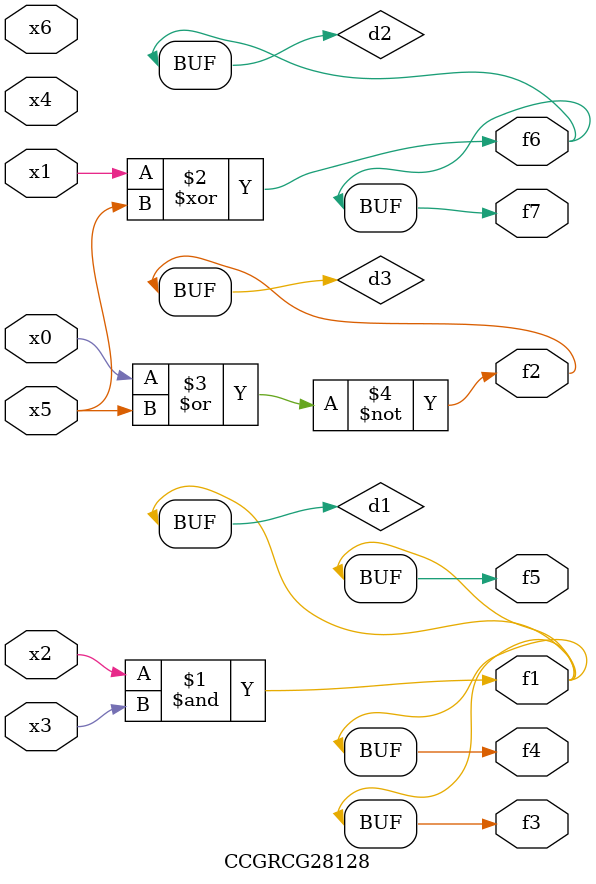
<source format=v>
module CCGRCG28128(
	input x0, x1, x2, x3, x4, x5, x6,
	output f1, f2, f3, f4, f5, f6, f7
);

	wire d1, d2, d3;

	and (d1, x2, x3);
	xor (d2, x1, x5);
	nor (d3, x0, x5);
	assign f1 = d1;
	assign f2 = d3;
	assign f3 = d1;
	assign f4 = d1;
	assign f5 = d1;
	assign f6 = d2;
	assign f7 = d2;
endmodule

</source>
